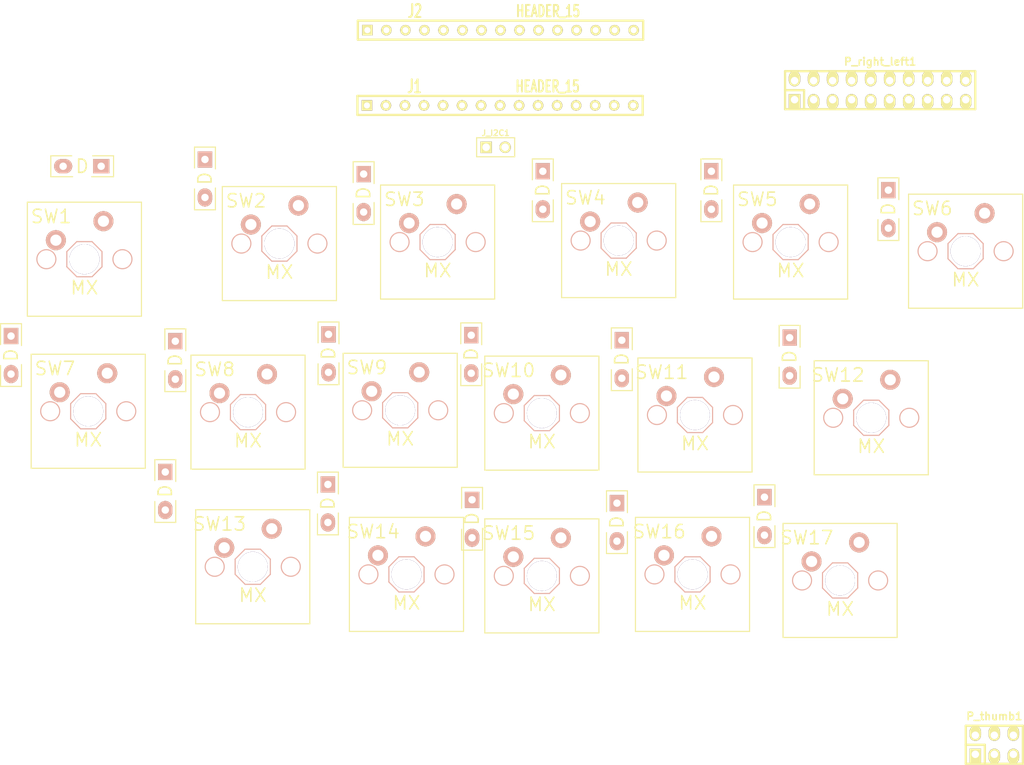
<source format=kicad_pcb>
(kicad_pcb (version 3) (host pcbnew "(2013-mar-04)-testing")

  (general
    (links 74)
    (no_connects 74)
    (area 0 0 0 0)
    (thickness 1.6)
    (drawings 0)
    (tracks 0)
    (zones 0)
    (modules 39)
    (nets 40)
  )

  (page A3)
  (layers
    (15 F.Cu signal)
    (0 B.Cu signal)
    (16 B.Adhes user)
    (17 F.Adhes user)
    (18 B.Paste user)
    (19 F.Paste user)
    (20 B.SilkS user)
    (21 F.SilkS user)
    (22 B.Mask user)
    (23 F.Mask user)
    (24 Dwgs.User user)
    (25 Cmts.User user)
    (26 Eco1.User user)
    (27 Eco2.User user)
    (28 Edge.Cuts user)
  )

  (setup
    (last_trace_width 0.254)
    (trace_clearance 0.254)
    (zone_clearance 0.508)
    (zone_45_only no)
    (trace_min 0.254)
    (segment_width 0.2)
    (edge_width 0.15)
    (via_size 0.889)
    (via_drill 0.635)
    (via_min_size 0.889)
    (via_min_drill 0.508)
    (uvia_size 0.508)
    (uvia_drill 0.127)
    (uvias_allowed no)
    (uvia_min_size 0.508)
    (uvia_min_drill 0.127)
    (pcb_text_width 0.3)
    (pcb_text_size 1 1)
    (mod_edge_width 0.15)
    (mod_text_size 1 1)
    (mod_text_width 0.15)
    (pad_size 1 1)
    (pad_drill 0.6)
    (pad_to_mask_clearance 0)
    (aux_axis_origin 0 0)
    (visible_elements FFFFFFBF)
    (pcbplotparams
      (layerselection 3178497)
      (usegerberextensions true)
      (excludeedgelayer true)
      (linewidth 152400)
      (plotframeref false)
      (viasonmask false)
      (mode 1)
      (useauxorigin false)
      (hpglpennumber 1)
      (hpglpenspeed 20)
      (hpglpendiameter 15)
      (hpglpenoverlay 2)
      (psnegative false)
      (psa4output false)
      (plotreference true)
      (plotvalue true)
      (plotothertext true)
      (plotinvisibletext false)
      (padsonsilk false)
      (subtractmaskfromsilk false)
      (outputformat 1)
      (mirror false)
      (drillshape 1)
      (scaleselection 1)
      (outputdirectory ""))
  )

  (net 0 "")
  (net 1 /B0)
  (net 2 /B1)
  (net 3 /B2)
  (net 4 /B3)
  (net 5 /B4)
  (net 6 /B5)
  (net 7 /B6)
  (net 8 /B7)
  (net 9 /D0)
  (net 10 /D1)
  (net 11 /D2)
  (net 12 /D3)
  (net 13 /D4)
  (net 14 /D5)
  (net 15 /D6)
  (net 16 /D7)
  (net 17 /F0)
  (net 18 /F1)
  (net 19 /F4)
  (net 20 /F5)
  (net 21 /F6)
  (net 22 GND)
  (net 23 N-0000037)
  (net 24 N-0000038)
  (net 25 N-0000039)
  (net 26 N-0000040)
  (net 27 N-0000041)
  (net 28 N-0000042)
  (net 29 N-0000043)
  (net 30 N-0000044)
  (net 31 N-0000045)
  (net 32 N-0000047)
  (net 33 N-0000049)
  (net 34 N-0000050)
  (net 35 N-0000051)
  (net 36 N-0000052)
  (net 37 N-000006)
  (net 38 N-000008)
  (net 39 N-000009)

  (net_class Default "This is the default net class."
    (clearance 0.254)
    (trace_width 0.254)
    (via_dia 0.889)
    (via_drill 0.635)
    (uvia_dia 0.508)
    (uvia_drill 0.127)
    (add_net "")
    (add_net /B0)
    (add_net /B1)
    (add_net /B2)
    (add_net /B3)
    (add_net /B4)
    (add_net /B5)
    (add_net /B6)
    (add_net /B7)
    (add_net /D0)
    (add_net /D1)
    (add_net /D2)
    (add_net /D3)
    (add_net /D4)
    (add_net /D5)
    (add_net /D6)
    (add_net /D7)
    (add_net /F0)
    (add_net /F1)
    (add_net /F4)
    (add_net /F5)
    (add_net /F6)
    (add_net GND)
    (add_net N-0000037)
    (add_net N-0000038)
    (add_net N-0000039)
    (add_net N-0000040)
    (add_net N-0000041)
    (add_net N-0000042)
    (add_net N-0000043)
    (add_net N-0000044)
    (add_net N-0000045)
    (add_net N-0000047)
    (add_net N-0000049)
    (add_net N-0000050)
    (add_net N-0000051)
    (add_net N-0000052)
    (add_net N-000006)
    (add_net N-000008)
    (add_net N-000009)
  )

  (module SW_PLT_2PIN (layer F.Cu) (tedit 51449619) (tstamp 5144967B)
    (at 223.01 221.19)
    (path /51438D75)
    (fp_text reference SW13 (at -4.445 -5.715) (layer F.SilkS)
      (effects (font (size 1.778 1.778) (thickness 0.2032)))
    )
    (fp_text value MX (at 0 3.81) (layer F.SilkS)
      (effects (font (size 1.778 1.778) (thickness 0.2032)))
    )
    (fp_line (start -7.62 -7.62) (end 7.62 -7.62) (layer F.SilkS) (width 0.1524))
    (fp_line (start 7.62 -7.62) (end 7.62 7.62) (layer F.SilkS) (width 0.1524))
    (fp_line (start 7.62 7.62) (end -7.62 7.62) (layer F.SilkS) (width 0.1524))
    (fp_line (start -7.62 7.62) (end -7.62 -7.62) (layer F.SilkS) (width 0.1524))
    (fp_circle (center 5.08 0) (end 6.35 0) (layer B.SilkS) (width 0.1524))
    (fp_circle (center -5.08 0) (end -3.81 0) (layer B.SilkS) (width 0.1524))
    (fp_line (start -2.3495 -1.016) (end -1.016 -2.3495) (layer B.SilkS) (width 0.1524))
    (fp_line (start -1.016 -2.3495) (end 1.016 -2.3495) (layer B.SilkS) (width 0.1524))
    (fp_line (start 1.016 -2.3495) (end 2.3495 -1.016) (layer B.SilkS) (width 0.1524))
    (fp_line (start 2.3495 -1.016) (end 2.3495 1.016) (layer B.SilkS) (width 0.1524))
    (fp_line (start 2.3495 1.016) (end 1.016 2.3495) (layer B.SilkS) (width 0.1524))
    (fp_line (start 1.016 2.3495) (end -1.016 2.3495) (layer B.SilkS) (width 0.1524))
    (fp_line (start -1.016 2.3495) (end -2.3495 1.016) (layer B.SilkS) (width 0.1524))
    (fp_line (start -2.3495 1.016) (end -2.3495 -1.016) (layer B.SilkS) (width 0.1524))
    (pad 1 thru_hole circle (at 2.54 -5.08) (size 2.667 2.667) (drill 1.4986)
      (layers *.Cu *.SilkS *.Mask)
      (net 2 /B1)
    )
    (pad 2 thru_hole circle (at -3.81 -2.54) (size 2.667 2.667) (drill 1.4986)
      (layers *.Cu *.SilkS *.Mask)
      (net 29 N-0000043)
    )
    (pad HOLE thru_hole circle (at 0 0) (size 3.9878 3.9878) (drill 3.9878)
      (layers *.Cu)
    )
  )

  (module SW_PLT_2PIN (layer F.Cu) (tedit 51449619) (tstamp 51449690)
    (at 242.7 200.28)
    (path /51438B4D)
    (fp_text reference SW9 (at -4.445 -5.715) (layer F.SilkS)
      (effects (font (size 1.778 1.778) (thickness 0.2032)))
    )
    (fp_text value MX (at 0 3.81) (layer F.SilkS)
      (effects (font (size 1.778 1.778) (thickness 0.2032)))
    )
    (fp_line (start -7.62 -7.62) (end 7.62 -7.62) (layer F.SilkS) (width 0.1524))
    (fp_line (start 7.62 -7.62) (end 7.62 7.62) (layer F.SilkS) (width 0.1524))
    (fp_line (start 7.62 7.62) (end -7.62 7.62) (layer F.SilkS) (width 0.1524))
    (fp_line (start -7.62 7.62) (end -7.62 -7.62) (layer F.SilkS) (width 0.1524))
    (fp_circle (center 5.08 0) (end 6.35 0) (layer B.SilkS) (width 0.1524))
    (fp_circle (center -5.08 0) (end -3.81 0) (layer B.SilkS) (width 0.1524))
    (fp_line (start -2.3495 -1.016) (end -1.016 -2.3495) (layer B.SilkS) (width 0.1524))
    (fp_line (start -1.016 -2.3495) (end 1.016 -2.3495) (layer B.SilkS) (width 0.1524))
    (fp_line (start 1.016 -2.3495) (end 2.3495 -1.016) (layer B.SilkS) (width 0.1524))
    (fp_line (start 2.3495 -1.016) (end 2.3495 1.016) (layer B.SilkS) (width 0.1524))
    (fp_line (start 2.3495 1.016) (end 1.016 2.3495) (layer B.SilkS) (width 0.1524))
    (fp_line (start 1.016 2.3495) (end -1.016 2.3495) (layer B.SilkS) (width 0.1524))
    (fp_line (start -1.016 2.3495) (end -2.3495 1.016) (layer B.SilkS) (width 0.1524))
    (fp_line (start -2.3495 1.016) (end -2.3495 -1.016) (layer B.SilkS) (width 0.1524))
    (pad 1 thru_hole circle (at 2.54 -5.08) (size 2.667 2.667) (drill 1.4986)
      (layers *.Cu *.SilkS *.Mask)
      (net 3 /B2)
    )
    (pad 2 thru_hole circle (at -3.81 -2.54) (size 2.667 2.667) (drill 1.4986)
      (layers *.Cu *.SilkS *.Mask)
      (net 25 N-0000039)
    )
    (pad HOLE thru_hole circle (at 0 0) (size 3.9878 3.9878) (drill 3.9878)
      (layers *.Cu)
    )
  )

  (module SW_PLT_2PIN (layer F.Cu) (tedit 51449619) (tstamp 514496A5)
    (at 222.38 200.53)
    (path /51438B3E)
    (fp_text reference SW8 (at -4.445 -5.715) (layer F.SilkS)
      (effects (font (size 1.778 1.778) (thickness 0.2032)))
    )
    (fp_text value MX (at 0 3.81) (layer F.SilkS)
      (effects (font (size 1.778 1.778) (thickness 0.2032)))
    )
    (fp_line (start -7.62 -7.62) (end 7.62 -7.62) (layer F.SilkS) (width 0.1524))
    (fp_line (start 7.62 -7.62) (end 7.62 7.62) (layer F.SilkS) (width 0.1524))
    (fp_line (start 7.62 7.62) (end -7.62 7.62) (layer F.SilkS) (width 0.1524))
    (fp_line (start -7.62 7.62) (end -7.62 -7.62) (layer F.SilkS) (width 0.1524))
    (fp_circle (center 5.08 0) (end 6.35 0) (layer B.SilkS) (width 0.1524))
    (fp_circle (center -5.08 0) (end -3.81 0) (layer B.SilkS) (width 0.1524))
    (fp_line (start -2.3495 -1.016) (end -1.016 -2.3495) (layer B.SilkS) (width 0.1524))
    (fp_line (start -1.016 -2.3495) (end 1.016 -2.3495) (layer B.SilkS) (width 0.1524))
    (fp_line (start 1.016 -2.3495) (end 2.3495 -1.016) (layer B.SilkS) (width 0.1524))
    (fp_line (start 2.3495 -1.016) (end 2.3495 1.016) (layer B.SilkS) (width 0.1524))
    (fp_line (start 2.3495 1.016) (end 1.016 2.3495) (layer B.SilkS) (width 0.1524))
    (fp_line (start 1.016 2.3495) (end -1.016 2.3495) (layer B.SilkS) (width 0.1524))
    (fp_line (start -1.016 2.3495) (end -2.3495 1.016) (layer B.SilkS) (width 0.1524))
    (fp_line (start -2.3495 1.016) (end -2.3495 -1.016) (layer B.SilkS) (width 0.1524))
    (pad 1 thru_hole circle (at 2.54 -5.08) (size 2.667 2.667) (drill 1.4986)
      (layers *.Cu *.SilkS *.Mask)
      (net 2 /B1)
    )
    (pad 2 thru_hole circle (at -3.81 -2.54) (size 2.667 2.667) (drill 1.4986)
      (layers *.Cu *.SilkS *.Mask)
      (net 23 N-0000037)
    )
    (pad HOLE thru_hole circle (at 0 0) (size 3.9878 3.9878) (drill 3.9878)
      (layers *.Cu)
    )
  )

  (module SW_PLT_2PIN (layer F.Cu) (tedit 51449619) (tstamp 514496BA)
    (at 261.62 200.66)
    (path /51438B5C)
    (fp_text reference SW10 (at -4.445 -5.715) (layer F.SilkS)
      (effects (font (size 1.778 1.778) (thickness 0.2032)))
    )
    (fp_text value MX (at 0 3.81) (layer F.SilkS)
      (effects (font (size 1.778 1.778) (thickness 0.2032)))
    )
    (fp_line (start -7.62 -7.62) (end 7.62 -7.62) (layer F.SilkS) (width 0.1524))
    (fp_line (start 7.62 -7.62) (end 7.62 7.62) (layer F.SilkS) (width 0.1524))
    (fp_line (start 7.62 7.62) (end -7.62 7.62) (layer F.SilkS) (width 0.1524))
    (fp_line (start -7.62 7.62) (end -7.62 -7.62) (layer F.SilkS) (width 0.1524))
    (fp_circle (center 5.08 0) (end 6.35 0) (layer B.SilkS) (width 0.1524))
    (fp_circle (center -5.08 0) (end -3.81 0) (layer B.SilkS) (width 0.1524))
    (fp_line (start -2.3495 -1.016) (end -1.016 -2.3495) (layer B.SilkS) (width 0.1524))
    (fp_line (start -1.016 -2.3495) (end 1.016 -2.3495) (layer B.SilkS) (width 0.1524))
    (fp_line (start 1.016 -2.3495) (end 2.3495 -1.016) (layer B.SilkS) (width 0.1524))
    (fp_line (start 2.3495 -1.016) (end 2.3495 1.016) (layer B.SilkS) (width 0.1524))
    (fp_line (start 2.3495 1.016) (end 1.016 2.3495) (layer B.SilkS) (width 0.1524))
    (fp_line (start 1.016 2.3495) (end -1.016 2.3495) (layer B.SilkS) (width 0.1524))
    (fp_line (start -1.016 2.3495) (end -2.3495 1.016) (layer B.SilkS) (width 0.1524))
    (fp_line (start -2.3495 1.016) (end -2.3495 -1.016) (layer B.SilkS) (width 0.1524))
    (pad 1 thru_hole circle (at 2.54 -5.08) (size 2.667 2.667) (drill 1.4986)
      (layers *.Cu *.SilkS *.Mask)
      (net 4 /B3)
    )
    (pad 2 thru_hole circle (at -3.81 -2.54) (size 2.667 2.667) (drill 1.4986)
      (layers *.Cu *.SilkS *.Mask)
      (net 24 N-0000038)
    )
    (pad HOLE thru_hole circle (at 0 0) (size 3.9878 3.9878) (drill 3.9878)
      (layers *.Cu)
    )
  )

  (module SW_PLT_2PIN (layer F.Cu) (tedit 51449619) (tstamp 514496CF)
    (at 201.04 200.41)
    (path /51438B2C)
    (fp_text reference SW7 (at -4.445 -5.715) (layer F.SilkS)
      (effects (font (size 1.778 1.778) (thickness 0.2032)))
    )
    (fp_text value MX (at 0 3.81) (layer F.SilkS)
      (effects (font (size 1.778 1.778) (thickness 0.2032)))
    )
    (fp_line (start -7.62 -7.62) (end 7.62 -7.62) (layer F.SilkS) (width 0.1524))
    (fp_line (start 7.62 -7.62) (end 7.62 7.62) (layer F.SilkS) (width 0.1524))
    (fp_line (start 7.62 7.62) (end -7.62 7.62) (layer F.SilkS) (width 0.1524))
    (fp_line (start -7.62 7.62) (end -7.62 -7.62) (layer F.SilkS) (width 0.1524))
    (fp_circle (center 5.08 0) (end 6.35 0) (layer B.SilkS) (width 0.1524))
    (fp_circle (center -5.08 0) (end -3.81 0) (layer B.SilkS) (width 0.1524))
    (fp_line (start -2.3495 -1.016) (end -1.016 -2.3495) (layer B.SilkS) (width 0.1524))
    (fp_line (start -1.016 -2.3495) (end 1.016 -2.3495) (layer B.SilkS) (width 0.1524))
    (fp_line (start 1.016 -2.3495) (end 2.3495 -1.016) (layer B.SilkS) (width 0.1524))
    (fp_line (start 2.3495 -1.016) (end 2.3495 1.016) (layer B.SilkS) (width 0.1524))
    (fp_line (start 2.3495 1.016) (end 1.016 2.3495) (layer B.SilkS) (width 0.1524))
    (fp_line (start 1.016 2.3495) (end -1.016 2.3495) (layer B.SilkS) (width 0.1524))
    (fp_line (start -1.016 2.3495) (end -2.3495 1.016) (layer B.SilkS) (width 0.1524))
    (fp_line (start -2.3495 1.016) (end -2.3495 -1.016) (layer B.SilkS) (width 0.1524))
    (pad 1 thru_hole circle (at 2.54 -5.08) (size 2.667 2.667) (drill 1.4986)
      (layers *.Cu *.SilkS *.Mask)
      (net 1 /B0)
    )
    (pad 2 thru_hole circle (at -3.81 -2.54) (size 2.667 2.667) (drill 1.4986)
      (layers *.Cu *.SilkS *.Mask)
      (net 26 N-0000040)
    )
    (pad HOLE thru_hole circle (at 0 0) (size 3.9878 3.9878) (drill 3.9878)
      (layers *.Cu)
    )
  )

  (module SW_PLT_2PIN (layer F.Cu) (tedit 51449619) (tstamp 514496E4)
    (at 282.07 200.91)
    (path /51438B6B)
    (fp_text reference SW11 (at -4.445 -5.715) (layer F.SilkS)
      (effects (font (size 1.778 1.778) (thickness 0.2032)))
    )
    (fp_text value MX (at 0 3.81) (layer F.SilkS)
      (effects (font (size 1.778 1.778) (thickness 0.2032)))
    )
    (fp_line (start -7.62 -7.62) (end 7.62 -7.62) (layer F.SilkS) (width 0.1524))
    (fp_line (start 7.62 -7.62) (end 7.62 7.62) (layer F.SilkS) (width 0.1524))
    (fp_line (start 7.62 7.62) (end -7.62 7.62) (layer F.SilkS) (width 0.1524))
    (fp_line (start -7.62 7.62) (end -7.62 -7.62) (layer F.SilkS) (width 0.1524))
    (fp_circle (center 5.08 0) (end 6.35 0) (layer B.SilkS) (width 0.1524))
    (fp_circle (center -5.08 0) (end -3.81 0) (layer B.SilkS) (width 0.1524))
    (fp_line (start -2.3495 -1.016) (end -1.016 -2.3495) (layer B.SilkS) (width 0.1524))
    (fp_line (start -1.016 -2.3495) (end 1.016 -2.3495) (layer B.SilkS) (width 0.1524))
    (fp_line (start 1.016 -2.3495) (end 2.3495 -1.016) (layer B.SilkS) (width 0.1524))
    (fp_line (start 2.3495 -1.016) (end 2.3495 1.016) (layer B.SilkS) (width 0.1524))
    (fp_line (start 2.3495 1.016) (end 1.016 2.3495) (layer B.SilkS) (width 0.1524))
    (fp_line (start 1.016 2.3495) (end -1.016 2.3495) (layer B.SilkS) (width 0.1524))
    (fp_line (start -1.016 2.3495) (end -2.3495 1.016) (layer B.SilkS) (width 0.1524))
    (fp_line (start -2.3495 1.016) (end -2.3495 -1.016) (layer B.SilkS) (width 0.1524))
    (pad 1 thru_hole circle (at 2.54 -5.08) (size 2.667 2.667) (drill 1.4986)
      (layers *.Cu *.SilkS *.Mask)
      (net 5 /B4)
    )
    (pad 2 thru_hole circle (at -3.81 -2.54) (size 2.667 2.667) (drill 1.4986)
      (layers *.Cu *.SilkS *.Mask)
      (net 31 N-0000045)
    )
    (pad HOLE thru_hole circle (at 0 0) (size 3.9878 3.9878) (drill 3.9878)
      (layers *.Cu)
    )
  )

  (module SW_PLT_2PIN (layer F.Cu) (tedit 51449619) (tstamp 514496F9)
    (at 318.21 179.02)
    (path /51438B1D)
    (fp_text reference SW6 (at -4.445 -5.715) (layer F.SilkS)
      (effects (font (size 1.778 1.778) (thickness 0.2032)))
    )
    (fp_text value MX (at 0 3.81) (layer F.SilkS)
      (effects (font (size 1.778 1.778) (thickness 0.2032)))
    )
    (fp_line (start -7.62 -7.62) (end 7.62 -7.62) (layer F.SilkS) (width 0.1524))
    (fp_line (start 7.62 -7.62) (end 7.62 7.62) (layer F.SilkS) (width 0.1524))
    (fp_line (start 7.62 7.62) (end -7.62 7.62) (layer F.SilkS) (width 0.1524))
    (fp_line (start -7.62 7.62) (end -7.62 -7.62) (layer F.SilkS) (width 0.1524))
    (fp_circle (center 5.08 0) (end 6.35 0) (layer B.SilkS) (width 0.1524))
    (fp_circle (center -5.08 0) (end -3.81 0) (layer B.SilkS) (width 0.1524))
    (fp_line (start -2.3495 -1.016) (end -1.016 -2.3495) (layer B.SilkS) (width 0.1524))
    (fp_line (start -1.016 -2.3495) (end 1.016 -2.3495) (layer B.SilkS) (width 0.1524))
    (fp_line (start 1.016 -2.3495) (end 2.3495 -1.016) (layer B.SilkS) (width 0.1524))
    (fp_line (start 2.3495 -1.016) (end 2.3495 1.016) (layer B.SilkS) (width 0.1524))
    (fp_line (start 2.3495 1.016) (end 1.016 2.3495) (layer B.SilkS) (width 0.1524))
    (fp_line (start 1.016 2.3495) (end -1.016 2.3495) (layer B.SilkS) (width 0.1524))
    (fp_line (start -1.016 2.3495) (end -2.3495 1.016) (layer B.SilkS) (width 0.1524))
    (fp_line (start -2.3495 1.016) (end -2.3495 -1.016) (layer B.SilkS) (width 0.1524))
    (pad 1 thru_hole circle (at 2.54 -5.08) (size 2.667 2.667) (drill 1.4986)
      (layers *.Cu *.SilkS *.Mask)
      (net 6 /B5)
    )
    (pad 2 thru_hole circle (at -3.81 -2.54) (size 2.667 2.667) (drill 1.4986)
      (layers *.Cu *.SilkS *.Mask)
      (net 27 N-0000041)
    )
    (pad HOLE thru_hole circle (at 0 0) (size 3.9878 3.9878) (drill 3.9878)
      (layers *.Cu)
    )
  )

  (module SW_PLT_2PIN (layer F.Cu) (tedit 51449619) (tstamp 5144970E)
    (at 305.61 201.28)
    (path /51438B7A)
    (fp_text reference SW12 (at -4.445 -5.715) (layer F.SilkS)
      (effects (font (size 1.778 1.778) (thickness 0.2032)))
    )
    (fp_text value MX (at 0 3.81) (layer F.SilkS)
      (effects (font (size 1.778 1.778) (thickness 0.2032)))
    )
    (fp_line (start -7.62 -7.62) (end 7.62 -7.62) (layer F.SilkS) (width 0.1524))
    (fp_line (start 7.62 -7.62) (end 7.62 7.62) (layer F.SilkS) (width 0.1524))
    (fp_line (start 7.62 7.62) (end -7.62 7.62) (layer F.SilkS) (width 0.1524))
    (fp_line (start -7.62 7.62) (end -7.62 -7.62) (layer F.SilkS) (width 0.1524))
    (fp_circle (center 5.08 0) (end 6.35 0) (layer B.SilkS) (width 0.1524))
    (fp_circle (center -5.08 0) (end -3.81 0) (layer B.SilkS) (width 0.1524))
    (fp_line (start -2.3495 -1.016) (end -1.016 -2.3495) (layer B.SilkS) (width 0.1524))
    (fp_line (start -1.016 -2.3495) (end 1.016 -2.3495) (layer B.SilkS) (width 0.1524))
    (fp_line (start 1.016 -2.3495) (end 2.3495 -1.016) (layer B.SilkS) (width 0.1524))
    (fp_line (start 2.3495 -1.016) (end 2.3495 1.016) (layer B.SilkS) (width 0.1524))
    (fp_line (start 2.3495 1.016) (end 1.016 2.3495) (layer B.SilkS) (width 0.1524))
    (fp_line (start 1.016 2.3495) (end -1.016 2.3495) (layer B.SilkS) (width 0.1524))
    (fp_line (start -1.016 2.3495) (end -2.3495 1.016) (layer B.SilkS) (width 0.1524))
    (fp_line (start -2.3495 1.016) (end -2.3495 -1.016) (layer B.SilkS) (width 0.1524))
    (pad 1 thru_hole circle (at 2.54 -5.08) (size 2.667 2.667) (drill 1.4986)
      (layers *.Cu *.SilkS *.Mask)
      (net 6 /B5)
    )
    (pad 2 thru_hole circle (at -3.81 -2.54) (size 2.667 2.667) (drill 1.4986)
      (layers *.Cu *.SilkS *.Mask)
      (net 30 N-0000044)
    )
    (pad HOLE thru_hole circle (at 0 0) (size 3.9878 3.9878) (drill 3.9878)
      (layers *.Cu)
    )
  )

  (module SW_PLT_2PIN (layer F.Cu) (tedit 51449619) (tstamp 51449723)
    (at 294.84 177.8)
    (path /51438B0E)
    (fp_text reference SW5 (at -4.445 -5.715) (layer F.SilkS)
      (effects (font (size 1.778 1.778) (thickness 0.2032)))
    )
    (fp_text value MX (at 0 3.81) (layer F.SilkS)
      (effects (font (size 1.778 1.778) (thickness 0.2032)))
    )
    (fp_line (start -7.62 -7.62) (end 7.62 -7.62) (layer F.SilkS) (width 0.1524))
    (fp_line (start 7.62 -7.62) (end 7.62 7.62) (layer F.SilkS) (width 0.1524))
    (fp_line (start 7.62 7.62) (end -7.62 7.62) (layer F.SilkS) (width 0.1524))
    (fp_line (start -7.62 7.62) (end -7.62 -7.62) (layer F.SilkS) (width 0.1524))
    (fp_circle (center 5.08 0) (end 6.35 0) (layer B.SilkS) (width 0.1524))
    (fp_circle (center -5.08 0) (end -3.81 0) (layer B.SilkS) (width 0.1524))
    (fp_line (start -2.3495 -1.016) (end -1.016 -2.3495) (layer B.SilkS) (width 0.1524))
    (fp_line (start -1.016 -2.3495) (end 1.016 -2.3495) (layer B.SilkS) (width 0.1524))
    (fp_line (start 1.016 -2.3495) (end 2.3495 -1.016) (layer B.SilkS) (width 0.1524))
    (fp_line (start 2.3495 -1.016) (end 2.3495 1.016) (layer B.SilkS) (width 0.1524))
    (fp_line (start 2.3495 1.016) (end 1.016 2.3495) (layer B.SilkS) (width 0.1524))
    (fp_line (start 1.016 2.3495) (end -1.016 2.3495) (layer B.SilkS) (width 0.1524))
    (fp_line (start -1.016 2.3495) (end -2.3495 1.016) (layer B.SilkS) (width 0.1524))
    (fp_line (start -2.3495 1.016) (end -2.3495 -1.016) (layer B.SilkS) (width 0.1524))
    (pad 1 thru_hole circle (at 2.54 -5.08) (size 2.667 2.667) (drill 1.4986)
      (layers *.Cu *.SilkS *.Mask)
      (net 5 /B4)
    )
    (pad 2 thru_hole circle (at -3.81 -2.54) (size 2.667 2.667) (drill 1.4986)
      (layers *.Cu *.SilkS *.Mask)
      (net 33 N-0000049)
    )
    (pad HOLE thru_hole circle (at 0 0) (size 3.9878 3.9878) (drill 3.9878)
      (layers *.Cu)
    )
  )

  (module SW_PLT_2PIN (layer F.Cu) (tedit 51449619) (tstamp 51449738)
    (at 271.88 177.6)
    (path /51438AFF)
    (fp_text reference SW4 (at -4.445 -5.715) (layer F.SilkS)
      (effects (font (size 1.778 1.778) (thickness 0.2032)))
    )
    (fp_text value MX (at 0 3.81) (layer F.SilkS)
      (effects (font (size 1.778 1.778) (thickness 0.2032)))
    )
    (fp_line (start -7.62 -7.62) (end 7.62 -7.62) (layer F.SilkS) (width 0.1524))
    (fp_line (start 7.62 -7.62) (end 7.62 7.62) (layer F.SilkS) (width 0.1524))
    (fp_line (start 7.62 7.62) (end -7.62 7.62) (layer F.SilkS) (width 0.1524))
    (fp_line (start -7.62 7.62) (end -7.62 -7.62) (layer F.SilkS) (width 0.1524))
    (fp_circle (center 5.08 0) (end 6.35 0) (layer B.SilkS) (width 0.1524))
    (fp_circle (center -5.08 0) (end -3.81 0) (layer B.SilkS) (width 0.1524))
    (fp_line (start -2.3495 -1.016) (end -1.016 -2.3495) (layer B.SilkS) (width 0.1524))
    (fp_line (start -1.016 -2.3495) (end 1.016 -2.3495) (layer B.SilkS) (width 0.1524))
    (fp_line (start 1.016 -2.3495) (end 2.3495 -1.016) (layer B.SilkS) (width 0.1524))
    (fp_line (start 2.3495 -1.016) (end 2.3495 1.016) (layer B.SilkS) (width 0.1524))
    (fp_line (start 2.3495 1.016) (end 1.016 2.3495) (layer B.SilkS) (width 0.1524))
    (fp_line (start 1.016 2.3495) (end -1.016 2.3495) (layer B.SilkS) (width 0.1524))
    (fp_line (start -1.016 2.3495) (end -2.3495 1.016) (layer B.SilkS) (width 0.1524))
    (fp_line (start -2.3495 1.016) (end -2.3495 -1.016) (layer B.SilkS) (width 0.1524))
    (pad 1 thru_hole circle (at 2.54 -5.08) (size 2.667 2.667) (drill 1.4986)
      (layers *.Cu *.SilkS *.Mask)
      (net 4 /B3)
    )
    (pad 2 thru_hole circle (at -3.81 -2.54) (size 2.667 2.667) (drill 1.4986)
      (layers *.Cu *.SilkS *.Mask)
      (net 34 N-0000050)
    )
    (pad HOLE thru_hole circle (at 0 0) (size 3.9878 3.9878) (drill 3.9878)
      (layers *.Cu)
    )
  )

  (module SW_PLT_2PIN (layer F.Cu) (tedit 51449619) (tstamp 5144974D)
    (at 243.54 222.21)
    (path /51438D83)
    (fp_text reference SW14 (at -4.445 -5.715) (layer F.SilkS)
      (effects (font (size 1.778 1.778) (thickness 0.2032)))
    )
    (fp_text value MX (at 0 3.81) (layer F.SilkS)
      (effects (font (size 1.778 1.778) (thickness 0.2032)))
    )
    (fp_line (start -7.62 -7.62) (end 7.62 -7.62) (layer F.SilkS) (width 0.1524))
    (fp_line (start 7.62 -7.62) (end 7.62 7.62) (layer F.SilkS) (width 0.1524))
    (fp_line (start 7.62 7.62) (end -7.62 7.62) (layer F.SilkS) (width 0.1524))
    (fp_line (start -7.62 7.62) (end -7.62 -7.62) (layer F.SilkS) (width 0.1524))
    (fp_circle (center 5.08 0) (end 6.35 0) (layer B.SilkS) (width 0.1524))
    (fp_circle (center -5.08 0) (end -3.81 0) (layer B.SilkS) (width 0.1524))
    (fp_line (start -2.3495 -1.016) (end -1.016 -2.3495) (layer B.SilkS) (width 0.1524))
    (fp_line (start -1.016 -2.3495) (end 1.016 -2.3495) (layer B.SilkS) (width 0.1524))
    (fp_line (start 1.016 -2.3495) (end 2.3495 -1.016) (layer B.SilkS) (width 0.1524))
    (fp_line (start 2.3495 -1.016) (end 2.3495 1.016) (layer B.SilkS) (width 0.1524))
    (fp_line (start 2.3495 1.016) (end 1.016 2.3495) (layer B.SilkS) (width 0.1524))
    (fp_line (start 1.016 2.3495) (end -1.016 2.3495) (layer B.SilkS) (width 0.1524))
    (fp_line (start -1.016 2.3495) (end -2.3495 1.016) (layer B.SilkS) (width 0.1524))
    (fp_line (start -2.3495 1.016) (end -2.3495 -1.016) (layer B.SilkS) (width 0.1524))
    (pad 1 thru_hole circle (at 2.54 -5.08) (size 2.667 2.667) (drill 1.4986)
      (layers *.Cu *.SilkS *.Mask)
      (net 3 /B2)
    )
    (pad 2 thru_hole circle (at -3.81 -2.54) (size 2.667 2.667) (drill 1.4986)
      (layers *.Cu *.SilkS *.Mask)
      (net 28 N-0000042)
    )
    (pad HOLE thru_hole circle (at 0 0) (size 3.9878 3.9878) (drill 3.9878)
      (layers *.Cu)
    )
  )

  (module SW_PLT_2PIN (layer F.Cu) (tedit 51449619) (tstamp 51449762)
    (at 247.7 177.8)
    (path /51438AF0)
    (fp_text reference SW3 (at -4.445 -5.715) (layer F.SilkS)
      (effects (font (size 1.778 1.778) (thickness 0.2032)))
    )
    (fp_text value MX (at 0 3.81) (layer F.SilkS)
      (effects (font (size 1.778 1.778) (thickness 0.2032)))
    )
    (fp_line (start -7.62 -7.62) (end 7.62 -7.62) (layer F.SilkS) (width 0.1524))
    (fp_line (start 7.62 -7.62) (end 7.62 7.62) (layer F.SilkS) (width 0.1524))
    (fp_line (start 7.62 7.62) (end -7.62 7.62) (layer F.SilkS) (width 0.1524))
    (fp_line (start -7.62 7.62) (end -7.62 -7.62) (layer F.SilkS) (width 0.1524))
    (fp_circle (center 5.08 0) (end 6.35 0) (layer B.SilkS) (width 0.1524))
    (fp_circle (center -5.08 0) (end -3.81 0) (layer B.SilkS) (width 0.1524))
    (fp_line (start -2.3495 -1.016) (end -1.016 -2.3495) (layer B.SilkS) (width 0.1524))
    (fp_line (start -1.016 -2.3495) (end 1.016 -2.3495) (layer B.SilkS) (width 0.1524))
    (fp_line (start 1.016 -2.3495) (end 2.3495 -1.016) (layer B.SilkS) (width 0.1524))
    (fp_line (start 2.3495 -1.016) (end 2.3495 1.016) (layer B.SilkS) (width 0.1524))
    (fp_line (start 2.3495 1.016) (end 1.016 2.3495) (layer B.SilkS) (width 0.1524))
    (fp_line (start 1.016 2.3495) (end -1.016 2.3495) (layer B.SilkS) (width 0.1524))
    (fp_line (start -1.016 2.3495) (end -2.3495 1.016) (layer B.SilkS) (width 0.1524))
    (fp_line (start -2.3495 1.016) (end -2.3495 -1.016) (layer B.SilkS) (width 0.1524))
    (pad 1 thru_hole circle (at 2.54 -5.08) (size 2.667 2.667) (drill 1.4986)
      (layers *.Cu *.SilkS *.Mask)
      (net 3 /B2)
    )
    (pad 2 thru_hole circle (at -3.81 -2.54) (size 2.667 2.667) (drill 1.4986)
      (layers *.Cu *.SilkS *.Mask)
      (net 35 N-0000051)
    )
    (pad HOLE thru_hole circle (at 0 0) (size 3.9878 3.9878) (drill 3.9878)
      (layers *.Cu)
    )
  )

  (module SW_PLT_2PIN (layer F.Cu) (tedit 51449619) (tstamp 51449777)
    (at 261.62 222.41)
    (path /51438D91)
    (fp_text reference SW15 (at -4.445 -5.715) (layer F.SilkS)
      (effects (font (size 1.778 1.778) (thickness 0.2032)))
    )
    (fp_text value MX (at 0 3.81) (layer F.SilkS)
      (effects (font (size 1.778 1.778) (thickness 0.2032)))
    )
    (fp_line (start -7.62 -7.62) (end 7.62 -7.62) (layer F.SilkS) (width 0.1524))
    (fp_line (start 7.62 -7.62) (end 7.62 7.62) (layer F.SilkS) (width 0.1524))
    (fp_line (start 7.62 7.62) (end -7.62 7.62) (layer F.SilkS) (width 0.1524))
    (fp_line (start -7.62 7.62) (end -7.62 -7.62) (layer F.SilkS) (width 0.1524))
    (fp_circle (center 5.08 0) (end 6.35 0) (layer B.SilkS) (width 0.1524))
    (fp_circle (center -5.08 0) (end -3.81 0) (layer B.SilkS) (width 0.1524))
    (fp_line (start -2.3495 -1.016) (end -1.016 -2.3495) (layer B.SilkS) (width 0.1524))
    (fp_line (start -1.016 -2.3495) (end 1.016 -2.3495) (layer B.SilkS) (width 0.1524))
    (fp_line (start 1.016 -2.3495) (end 2.3495 -1.016) (layer B.SilkS) (width 0.1524))
    (fp_line (start 2.3495 -1.016) (end 2.3495 1.016) (layer B.SilkS) (width 0.1524))
    (fp_line (start 2.3495 1.016) (end 1.016 2.3495) (layer B.SilkS) (width 0.1524))
    (fp_line (start 1.016 2.3495) (end -1.016 2.3495) (layer B.SilkS) (width 0.1524))
    (fp_line (start -1.016 2.3495) (end -2.3495 1.016) (layer B.SilkS) (width 0.1524))
    (fp_line (start -2.3495 1.016) (end -2.3495 -1.016) (layer B.SilkS) (width 0.1524))
    (pad 1 thru_hole circle (at 2.54 -5.08) (size 2.667 2.667) (drill 1.4986)
      (layers *.Cu *.SilkS *.Mask)
      (net 4 /B3)
    )
    (pad 2 thru_hole circle (at -3.81 -2.54) (size 2.667 2.667) (drill 1.4986)
      (layers *.Cu *.SilkS *.Mask)
      (net 39 N-000009)
    )
    (pad HOLE thru_hole circle (at 0 0) (size 3.9878 3.9878) (drill 3.9878)
      (layers *.Cu)
    )
  )

  (module SW_PLT_2PIN (layer F.Cu) (tedit 51449619) (tstamp 5144978C)
    (at 226.57 178)
    (path /51438AE1)
    (fp_text reference SW2 (at -4.445 -5.715) (layer F.SilkS)
      (effects (font (size 1.778 1.778) (thickness 0.2032)))
    )
    (fp_text value MX (at 0 3.81) (layer F.SilkS)
      (effects (font (size 1.778 1.778) (thickness 0.2032)))
    )
    (fp_line (start -7.62 -7.62) (end 7.62 -7.62) (layer F.SilkS) (width 0.1524))
    (fp_line (start 7.62 -7.62) (end 7.62 7.62) (layer F.SilkS) (width 0.1524))
    (fp_line (start 7.62 7.62) (end -7.62 7.62) (layer F.SilkS) (width 0.1524))
    (fp_line (start -7.62 7.62) (end -7.62 -7.62) (layer F.SilkS) (width 0.1524))
    (fp_circle (center 5.08 0) (end 6.35 0) (layer B.SilkS) (width 0.1524))
    (fp_circle (center -5.08 0) (end -3.81 0) (layer B.SilkS) (width 0.1524))
    (fp_line (start -2.3495 -1.016) (end -1.016 -2.3495) (layer B.SilkS) (width 0.1524))
    (fp_line (start -1.016 -2.3495) (end 1.016 -2.3495) (layer B.SilkS) (width 0.1524))
    (fp_line (start 1.016 -2.3495) (end 2.3495 -1.016) (layer B.SilkS) (width 0.1524))
    (fp_line (start 2.3495 -1.016) (end 2.3495 1.016) (layer B.SilkS) (width 0.1524))
    (fp_line (start 2.3495 1.016) (end 1.016 2.3495) (layer B.SilkS) (width 0.1524))
    (fp_line (start 1.016 2.3495) (end -1.016 2.3495) (layer B.SilkS) (width 0.1524))
    (fp_line (start -1.016 2.3495) (end -2.3495 1.016) (layer B.SilkS) (width 0.1524))
    (fp_line (start -2.3495 1.016) (end -2.3495 -1.016) (layer B.SilkS) (width 0.1524))
    (pad 1 thru_hole circle (at 2.54 -5.08) (size 2.667 2.667) (drill 1.4986)
      (layers *.Cu *.SilkS *.Mask)
      (net 2 /B1)
    )
    (pad 2 thru_hole circle (at -3.81 -2.54) (size 2.667 2.667) (drill 1.4986)
      (layers *.Cu *.SilkS *.Mask)
      (net 36 N-0000052)
    )
    (pad HOLE thru_hole circle (at 0 0) (size 3.9878 3.9878) (drill 3.9878)
      (layers *.Cu)
    )
  )

  (module SW_PLT_2PIN (layer F.Cu) (tedit 51449619) (tstamp 514497A1)
    (at 281.74 222.21)
    (path /51438D9F)
    (fp_text reference SW16 (at -4.445 -5.715) (layer F.SilkS)
      (effects (font (size 1.778 1.778) (thickness 0.2032)))
    )
    (fp_text value MX (at 0 3.81) (layer F.SilkS)
      (effects (font (size 1.778 1.778) (thickness 0.2032)))
    )
    (fp_line (start -7.62 -7.62) (end 7.62 -7.62) (layer F.SilkS) (width 0.1524))
    (fp_line (start 7.62 -7.62) (end 7.62 7.62) (layer F.SilkS) (width 0.1524))
    (fp_line (start 7.62 7.62) (end -7.62 7.62) (layer F.SilkS) (width 0.1524))
    (fp_line (start -7.62 7.62) (end -7.62 -7.62) (layer F.SilkS) (width 0.1524))
    (fp_circle (center 5.08 0) (end 6.35 0) (layer B.SilkS) (width 0.1524))
    (fp_circle (center -5.08 0) (end -3.81 0) (layer B.SilkS) (width 0.1524))
    (fp_line (start -2.3495 -1.016) (end -1.016 -2.3495) (layer B.SilkS) (width 0.1524))
    (fp_line (start -1.016 -2.3495) (end 1.016 -2.3495) (layer B.SilkS) (width 0.1524))
    (fp_line (start 1.016 -2.3495) (end 2.3495 -1.016) (layer B.SilkS) (width 0.1524))
    (fp_line (start 2.3495 -1.016) (end 2.3495 1.016) (layer B.SilkS) (width 0.1524))
    (fp_line (start 2.3495 1.016) (end 1.016 2.3495) (layer B.SilkS) (width 0.1524))
    (fp_line (start 1.016 2.3495) (end -1.016 2.3495) (layer B.SilkS) (width 0.1524))
    (fp_line (start -1.016 2.3495) (end -2.3495 1.016) (layer B.SilkS) (width 0.1524))
    (fp_line (start -2.3495 1.016) (end -2.3495 -1.016) (layer B.SilkS) (width 0.1524))
    (pad 1 thru_hole circle (at 2.54 -5.08) (size 2.667 2.667) (drill 1.4986)
      (layers *.Cu *.SilkS *.Mask)
      (net 5 /B4)
    )
    (pad 2 thru_hole circle (at -3.81 -2.54) (size 2.667 2.667) (drill 1.4986)
      (layers *.Cu *.SilkS *.Mask)
      (net 38 N-000008)
    )
    (pad HOLE thru_hole circle (at 0 0) (size 3.9878 3.9878) (drill 3.9878)
      (layers *.Cu)
    )
  )

  (module SW_PLT_2PIN (layer F.Cu) (tedit 51449619) (tstamp 514497B6)
    (at 200.53 180.09)
    (path /51438940)
    (fp_text reference SW1 (at -4.445 -5.715) (layer F.SilkS)
      (effects (font (size 1.778 1.778) (thickness 0.2032)))
    )
    (fp_text value MX (at 0 3.81) (layer F.SilkS)
      (effects (font (size 1.778 1.778) (thickness 0.2032)))
    )
    (fp_line (start -7.62 -7.62) (end 7.62 -7.62) (layer F.SilkS) (width 0.1524))
    (fp_line (start 7.62 -7.62) (end 7.62 7.62) (layer F.SilkS) (width 0.1524))
    (fp_line (start 7.62 7.62) (end -7.62 7.62) (layer F.SilkS) (width 0.1524))
    (fp_line (start -7.62 7.62) (end -7.62 -7.62) (layer F.SilkS) (width 0.1524))
    (fp_circle (center 5.08 0) (end 6.35 0) (layer B.SilkS) (width 0.1524))
    (fp_circle (center -5.08 0) (end -3.81 0) (layer B.SilkS) (width 0.1524))
    (fp_line (start -2.3495 -1.016) (end -1.016 -2.3495) (layer B.SilkS) (width 0.1524))
    (fp_line (start -1.016 -2.3495) (end 1.016 -2.3495) (layer B.SilkS) (width 0.1524))
    (fp_line (start 1.016 -2.3495) (end 2.3495 -1.016) (layer B.SilkS) (width 0.1524))
    (fp_line (start 2.3495 -1.016) (end 2.3495 1.016) (layer B.SilkS) (width 0.1524))
    (fp_line (start 2.3495 1.016) (end 1.016 2.3495) (layer B.SilkS) (width 0.1524))
    (fp_line (start 1.016 2.3495) (end -1.016 2.3495) (layer B.SilkS) (width 0.1524))
    (fp_line (start -1.016 2.3495) (end -2.3495 1.016) (layer B.SilkS) (width 0.1524))
    (fp_line (start -2.3495 1.016) (end -2.3495 -1.016) (layer B.SilkS) (width 0.1524))
    (pad 1 thru_hole circle (at 2.54 -5.08) (size 2.667 2.667) (drill 1.4986)
      (layers *.Cu *.SilkS *.Mask)
      (net 1 /B0)
    )
    (pad 2 thru_hole circle (at -3.81 -2.54) (size 2.667 2.667) (drill 1.4986)
      (layers *.Cu *.SilkS *.Mask)
      (net 32 N-0000047)
    )
    (pad HOLE thru_hole circle (at 0 0) (size 3.9878 3.9878) (drill 3.9878)
      (layers *.Cu)
    )
  )

  (module SW_PLT_2PIN (layer F.Cu) (tedit 51449619) (tstamp 514497CB)
    (at 301.45 223.02)
    (path /51438DAD)
    (fp_text reference SW17 (at -4.445 -5.715) (layer F.SilkS)
      (effects (font (size 1.778 1.778) (thickness 0.2032)))
    )
    (fp_text value MX (at 0 3.81) (layer F.SilkS)
      (effects (font (size 1.778 1.778) (thickness 0.2032)))
    )
    (fp_line (start -7.62 -7.62) (end 7.62 -7.62) (layer F.SilkS) (width 0.1524))
    (fp_line (start 7.62 -7.62) (end 7.62 7.62) (layer F.SilkS) (width 0.1524))
    (fp_line (start 7.62 7.62) (end -7.62 7.62) (layer F.SilkS) (width 0.1524))
    (fp_line (start -7.62 7.62) (end -7.62 -7.62) (layer F.SilkS) (width 0.1524))
    (fp_circle (center 5.08 0) (end 6.35 0) (layer B.SilkS) (width 0.1524))
    (fp_circle (center -5.08 0) (end -3.81 0) (layer B.SilkS) (width 0.1524))
    (fp_line (start -2.3495 -1.016) (end -1.016 -2.3495) (layer B.SilkS) (width 0.1524))
    (fp_line (start -1.016 -2.3495) (end 1.016 -2.3495) (layer B.SilkS) (width 0.1524))
    (fp_line (start 1.016 -2.3495) (end 2.3495 -1.016) (layer B.SilkS) (width 0.1524))
    (fp_line (start 2.3495 -1.016) (end 2.3495 1.016) (layer B.SilkS) (width 0.1524))
    (fp_line (start 2.3495 1.016) (end 1.016 2.3495) (layer B.SilkS) (width 0.1524))
    (fp_line (start 1.016 2.3495) (end -1.016 2.3495) (layer B.SilkS) (width 0.1524))
    (fp_line (start -1.016 2.3495) (end -2.3495 1.016) (layer B.SilkS) (width 0.1524))
    (fp_line (start -2.3495 1.016) (end -2.3495 -1.016) (layer B.SilkS) (width 0.1524))
    (pad 1 thru_hole circle (at 2.54 -5.08) (size 2.667 2.667) (drill 1.4986)
      (layers *.Cu *.SilkS *.Mask)
      (net 6 /B5)
    )
    (pad 2 thru_hole circle (at -3.81 -2.54) (size 2.667 2.667) (drill 1.4986)
      (layers *.Cu *.SilkS *.Mask)
      (net 37 N-000006)
    )
    (pad HOLE thru_hole circle (at 0 0) (size 3.9878 3.9878) (drill 3.9878)
      (layers *.Cu)
    )
  )

  (module SIL-15 (layer F.Cu) (tedit 200000) (tstamp 514497E2)
    (at 256.04 159.54)
    (descr "Connecteur 15 pins")
    (tags "CONN DEV")
    (path /514382D2)
    (fp_text reference J1 (at -11.43 -2.54) (layer F.SilkS)
      (effects (font (size 1.72974 1.08712) (thickness 0.3048)))
    )
    (fp_text value HEADER_15 (at 6.35 -2.54) (layer F.SilkS)
      (effects (font (size 1.524 1.016) (thickness 0.3048)))
    )
    (fp_line (start -19.05 -1.27) (end 19.05 -1.27) (layer F.SilkS) (width 0.3048))
    (fp_line (start 19.05 -1.27) (end 19.05 1.27) (layer F.SilkS) (width 0.3048))
    (fp_line (start 19.05 1.27) (end -19.05 1.27) (layer F.SilkS) (width 0.3048))
    (fp_line (start -19.05 1.27) (end -19.05 -1.27) (layer F.SilkS) (width 0.3048))
    (pad 1 thru_hole rect (at -17.78 0) (size 1.397 1.397) (drill 0.8128)
      (layers *.Cu *.Mask F.SilkS)
    )
    (pad 2 thru_hole circle (at -15.24 0) (size 1.397 1.397) (drill 0.8128)
      (layers *.Cu *.Mask F.SilkS)
    )
    (pad 3 thru_hole circle (at -12.7 0) (size 1.397 1.397) (drill 0.8128)
      (layers *.Cu *.Mask F.SilkS)
      (net 1 /B0)
    )
    (pad 4 thru_hole circle (at -10.16 0) (size 1.397 1.397) (drill 0.8128)
      (layers *.Cu *.Mask F.SilkS)
      (net 2 /B1)
    )
    (pad 5 thru_hole circle (at -7.62 0) (size 1.397 1.397) (drill 0.8128)
      (layers *.Cu *.Mask F.SilkS)
      (net 3 /B2)
    )
    (pad 6 thru_hole circle (at -5.08 0) (size 1.397 1.397) (drill 0.8128)
      (layers *.Cu *.Mask F.SilkS)
      (net 4 /B3)
    )
    (pad 7 thru_hole circle (at -2.54 0) (size 1.397 1.397) (drill 0.8128)
      (layers *.Cu *.Mask F.SilkS)
      (net 9 /D0)
    )
    (pad 8 thru_hole circle (at 0 0) (size 1.397 1.397) (drill 0.8128)
      (layers *.Cu *.Mask F.SilkS)
      (net 10 /D1)
    )
    (pad 9 thru_hole circle (at 2.54 0) (size 1.397 1.397) (drill 0.8128)
      (layers *.Cu *.Mask F.SilkS)
      (net 11 /D2)
    )
    (pad 10 thru_hole circle (at 5.08 0) (size 1.397 1.397) (drill 0.8128)
      (layers *.Cu *.Mask F.SilkS)
      (net 12 /D3)
    )
    (pad 11 thru_hole circle (at 7.62 0) (size 1.397 1.397) (drill 0.8128)
      (layers *.Cu *.Mask F.SilkS)
      (net 13 /D4)
    )
    (pad 12 thru_hole circle (at 10.16 0) (size 1.397 1.397) (drill 0.8128)
      (layers *.Cu *.Mask F.SilkS)
      (net 14 /D5)
    )
    (pad 13 thru_hole circle (at 12.7 0) (size 1.397 1.397) (drill 0.8128)
      (layers *.Cu *.Mask F.SilkS)
      (net 15 /D6)
    )
    (pad 14 thru_hole circle (at 15.24 0) (size 1.397 1.397) (drill 0.8128)
      (layers *.Cu *.Mask F.SilkS)
      (net 16 /D7)
    )
    (pad 15 thru_hole circle (at 17.78 0) (size 1.397 1.397) (drill 0.8128)
      (layers *.Cu *.Mask F.SilkS)
      (net 22 GND)
    )
  )

  (module SIL-15 (layer F.Cu) (tedit 200000) (tstamp 514497F9)
    (at 256.1 149.48)
    (descr "Connecteur 15 pins")
    (tags "CONN DEV")
    (path /514382E2)
    (fp_text reference J2 (at -11.43 -2.54) (layer F.SilkS)
      (effects (font (size 1.72974 1.08712) (thickness 0.3048)))
    )
    (fp_text value HEADER_15 (at 6.35 -2.54) (layer F.SilkS)
      (effects (font (size 1.524 1.016) (thickness 0.3048)))
    )
    (fp_line (start -19.05 -1.27) (end 19.05 -1.27) (layer F.SilkS) (width 0.3048))
    (fp_line (start 19.05 -1.27) (end 19.05 1.27) (layer F.SilkS) (width 0.3048))
    (fp_line (start 19.05 1.27) (end -19.05 1.27) (layer F.SilkS) (width 0.3048))
    (fp_line (start -19.05 1.27) (end -19.05 -1.27) (layer F.SilkS) (width 0.3048))
    (pad 1 thru_hole rect (at -17.78 0) (size 1.397 1.397) (drill 0.8128)
      (layers *.Cu *.Mask F.SilkS)
    )
    (pad 2 thru_hole circle (at -15.24 0) (size 1.397 1.397) (drill 0.8128)
      (layers *.Cu *.Mask F.SilkS)
      (net 22 GND)
    )
    (pad 3 thru_hole circle (at -12.7 0) (size 1.397 1.397) (drill 0.8128)
      (layers *.Cu *.Mask F.SilkS)
      (net 17 /F0)
    )
    (pad 4 thru_hole circle (at -10.16 0) (size 1.397 1.397) (drill 0.8128)
      (layers *.Cu *.Mask F.SilkS)
      (net 18 /F1)
    )
    (pad 5 thru_hole circle (at -7.62 0) (size 1.397 1.397) (drill 0.8128)
      (layers *.Cu *.Mask F.SilkS)
      (net 19 /F4)
    )
    (pad 6 thru_hole circle (at -5.08 0) (size 1.397 1.397) (drill 0.8128)
      (layers *.Cu *.Mask F.SilkS)
      (net 20 /F5)
    )
    (pad 7 thru_hole circle (at -2.54 0) (size 1.397 1.397) (drill 0.8128)
      (layers *.Cu *.Mask F.SilkS)
      (net 21 /F6)
    )
    (pad 8 thru_hole circle (at 0 0) (size 1.397 1.397) (drill 0.8128)
      (layers *.Cu *.Mask F.SilkS)
    )
    (pad 9 thru_hole circle (at 2.54 0) (size 1.397 1.397) (drill 0.8128)
      (layers *.Cu *.Mask F.SilkS)
    )
    (pad 10 thru_hole circle (at 5.08 0) (size 1.397 1.397) (drill 0.8128)
      (layers *.Cu *.Mask F.SilkS)
    )
    (pad 11 thru_hole circle (at 7.62 0) (size 1.397 1.397) (drill 0.8128)
      (layers *.Cu *.Mask F.SilkS)
      (net 8 /B7)
    )
    (pad 12 thru_hole circle (at 10.16 0) (size 1.397 1.397) (drill 0.8128)
      (layers *.Cu *.Mask F.SilkS)
      (net 7 /B6)
    )
    (pad 13 thru_hole circle (at 12.7 0) (size 1.397 1.397) (drill 0.8128)
      (layers *.Cu *.Mask F.SilkS)
      (net 6 /B5)
    )
    (pad 14 thru_hole circle (at 15.24 0) (size 1.397 1.397) (drill 0.8128)
      (layers *.Cu *.Mask F.SilkS)
      (net 5 /B4)
    )
    (pad 15 thru_hole circle (at 17.78 0) (size 1.397 1.397) (drill 0.8128)
      (layers *.Cu *.Mask F.SilkS)
      (net 22 GND)
    )
  )

  (module D (layer F.Cu) (tedit 4DA35ABE) (tstamp 51449805)
    (at 211.33 211.07 90)
    (path /51438D7C)
    (fp_text reference D13 (at 0 0 90) (layer F.SilkS) hide
      (effects (font (size 1.778 1.778) (thickness 0.2032)))
    )
    (fp_text value D (at 0 0 90) (layer F.SilkS)
      (effects (font (size 1.778 1.778) (thickness 0.2032)))
    )
    (fp_line (start -1.397 -1.397) (end -4.191 -1.397) (layer F.SilkS) (width 0.1524))
    (fp_line (start -4.191 -1.397) (end -4.191 1.397) (layer F.SilkS) (width 0.1524))
    (fp_line (start -4.191 1.397) (end -1.27 1.397) (layer F.SilkS) (width 0.1524))
    (fp_line (start 1.397 -1.397) (end 4.191 -1.397) (layer F.SilkS) (width 0.1524))
    (fp_line (start 4.191 -1.397) (end 4.191 1.397) (layer F.SilkS) (width 0.1524))
    (fp_line (start 4.191 1.397) (end 1.27 1.397) (layer F.SilkS) (width 0.1524))
    (pad 1 thru_hole oval (at -2.54 0 90) (size 2.413 1.905) (drill 0.9906)
      (layers *.Cu *.SilkS *.Mask)
      (net 29 N-0000043)
    )
    (pad 2 thru_hole rect (at 2.54 0 90) (size 2.159 1.905) (drill 0.9906)
      (layers *.Cu *.SilkS *.Mask)
      (net 13 /D4)
    )
  )

  (module D (layer F.Cu) (tedit 4DA35ABE) (tstamp 51449811)
    (at 291.35 214.43 90)
    (path /51438DB4)
    (fp_text reference D17 (at 0 0 90) (layer F.SilkS) hide
      (effects (font (size 1.778 1.778) (thickness 0.2032)))
    )
    (fp_text value D (at 0 0 90) (layer F.SilkS)
      (effects (font (size 1.778 1.778) (thickness 0.2032)))
    )
    (fp_line (start -1.397 -1.397) (end -4.191 -1.397) (layer F.SilkS) (width 0.1524))
    (fp_line (start -4.191 -1.397) (end -4.191 1.397) (layer F.SilkS) (width 0.1524))
    (fp_line (start -4.191 1.397) (end -1.27 1.397) (layer F.SilkS) (width 0.1524))
    (fp_line (start 1.397 -1.397) (end 4.191 -1.397) (layer F.SilkS) (width 0.1524))
    (fp_line (start 4.191 -1.397) (end 4.191 1.397) (layer F.SilkS) (width 0.1524))
    (fp_line (start 4.191 1.397) (end 1.27 1.397) (layer F.SilkS) (width 0.1524))
    (pad 1 thru_hole oval (at -2.54 0 90) (size 2.413 1.905) (drill 0.9906)
      (layers *.Cu *.SilkS *.Mask)
      (net 37 N-000006)
    )
    (pad 2 thru_hole rect (at 2.54 0 90) (size 2.159 1.905) (drill 0.9906)
      (layers *.Cu *.SilkS *.Mask)
      (net 13 /D4)
    )
  )

  (module D (layer F.Cu) (tedit 4DA35ABE) (tstamp 5144981D)
    (at 271.65 215.23 90)
    (path /51438DA6)
    (fp_text reference D16 (at 0 0 90) (layer F.SilkS) hide
      (effects (font (size 1.778 1.778) (thickness 0.2032)))
    )
    (fp_text value D (at 0 0 90) (layer F.SilkS)
      (effects (font (size 1.778 1.778) (thickness 0.2032)))
    )
    (fp_line (start -1.397 -1.397) (end -4.191 -1.397) (layer F.SilkS) (width 0.1524))
    (fp_line (start -4.191 -1.397) (end -4.191 1.397) (layer F.SilkS) (width 0.1524))
    (fp_line (start -4.191 1.397) (end -1.27 1.397) (layer F.SilkS) (width 0.1524))
    (fp_line (start 1.397 -1.397) (end 4.191 -1.397) (layer F.SilkS) (width 0.1524))
    (fp_line (start 4.191 -1.397) (end 4.191 1.397) (layer F.SilkS) (width 0.1524))
    (fp_line (start 4.191 1.397) (end 1.27 1.397) (layer F.SilkS) (width 0.1524))
    (pad 1 thru_hole oval (at -2.54 0 90) (size 2.413 1.905) (drill 0.9906)
      (layers *.Cu *.SilkS *.Mask)
      (net 38 N-000008)
    )
    (pad 2 thru_hole rect (at 2.54 0 90) (size 2.159 1.905) (drill 0.9906)
      (layers *.Cu *.SilkS *.Mask)
      (net 13 /D4)
    )
  )

  (module D (layer F.Cu) (tedit 4DA35ABE) (tstamp 51449829)
    (at 200.23 167.67)
    (path /51438A27)
    (fp_text reference D1 (at 0 0) (layer F.SilkS) hide
      (effects (font (size 1.778 1.778) (thickness 0.2032)))
    )
    (fp_text value D (at 0 0) (layer F.SilkS)
      (effects (font (size 1.778 1.778) (thickness 0.2032)))
    )
    (fp_line (start -1.397 -1.397) (end -4.191 -1.397) (layer F.SilkS) (width 0.1524))
    (fp_line (start -4.191 -1.397) (end -4.191 1.397) (layer F.SilkS) (width 0.1524))
    (fp_line (start -4.191 1.397) (end -1.27 1.397) (layer F.SilkS) (width 0.1524))
    (fp_line (start 1.397 -1.397) (end 4.191 -1.397) (layer F.SilkS) (width 0.1524))
    (fp_line (start 4.191 -1.397) (end 4.191 1.397) (layer F.SilkS) (width 0.1524))
    (fp_line (start 4.191 1.397) (end 1.27 1.397) (layer F.SilkS) (width 0.1524))
    (pad 1 thru_hole oval (at -2.54 0) (size 2.413 1.905) (drill 0.9906)
      (layers *.Cu *.SilkS *.Mask)
      (net 32 N-0000047)
    )
    (pad 2 thru_hole rect (at 2.54 0) (size 2.159 1.905) (drill 0.9906)
      (layers *.Cu *.SilkS *.Mask)
      (net 11 /D2)
    )
  )

  (module D (layer F.Cu) (tedit 4DA35ABE) (tstamp 51449835)
    (at 252.3 214.78 90)
    (path /51438D98)
    (fp_text reference D15 (at 0 0 90) (layer F.SilkS) hide
      (effects (font (size 1.778 1.778) (thickness 0.2032)))
    )
    (fp_text value D (at 0 0 90) (layer F.SilkS)
      (effects (font (size 1.778 1.778) (thickness 0.2032)))
    )
    (fp_line (start -1.397 -1.397) (end -4.191 -1.397) (layer F.SilkS) (width 0.1524))
    (fp_line (start -4.191 -1.397) (end -4.191 1.397) (layer F.SilkS) (width 0.1524))
    (fp_line (start -4.191 1.397) (end -1.27 1.397) (layer F.SilkS) (width 0.1524))
    (fp_line (start 1.397 -1.397) (end 4.191 -1.397) (layer F.SilkS) (width 0.1524))
    (fp_line (start 4.191 -1.397) (end 4.191 1.397) (layer F.SilkS) (width 0.1524))
    (fp_line (start 4.191 1.397) (end 1.27 1.397) (layer F.SilkS) (width 0.1524))
    (pad 1 thru_hole oval (at -2.54 0 90) (size 2.413 1.905) (drill 0.9906)
      (layers *.Cu *.SilkS *.Mask)
      (net 39 N-000009)
    )
    (pad 2 thru_hole rect (at 2.54 0 90) (size 2.159 1.905) (drill 0.9906)
      (layers *.Cu *.SilkS *.Mask)
      (net 13 /D4)
    )
  )

  (module D (layer F.Cu) (tedit 4DA35ABE) (tstamp 51449841)
    (at 216.63 169.3 90)
    (path /51438AE8)
    (fp_text reference D2 (at 0 0 90) (layer F.SilkS) hide
      (effects (font (size 1.778 1.778) (thickness 0.2032)))
    )
    (fp_text value D (at 0 0 90) (layer F.SilkS)
      (effects (font (size 1.778 1.778) (thickness 0.2032)))
    )
    (fp_line (start -1.397 -1.397) (end -4.191 -1.397) (layer F.SilkS) (width 0.1524))
    (fp_line (start -4.191 -1.397) (end -4.191 1.397) (layer F.SilkS) (width 0.1524))
    (fp_line (start -4.191 1.397) (end -1.27 1.397) (layer F.SilkS) (width 0.1524))
    (fp_line (start 1.397 -1.397) (end 4.191 -1.397) (layer F.SilkS) (width 0.1524))
    (fp_line (start 4.191 -1.397) (end 4.191 1.397) (layer F.SilkS) (width 0.1524))
    (fp_line (start 4.191 1.397) (end 1.27 1.397) (layer F.SilkS) (width 0.1524))
    (pad 1 thru_hole oval (at -2.54 0 90) (size 2.413 1.905) (drill 0.9906)
      (layers *.Cu *.SilkS *.Mask)
      (net 36 N-0000052)
    )
    (pad 2 thru_hole rect (at 2.54 0 90) (size 2.159 1.905) (drill 0.9906)
      (layers *.Cu *.SilkS *.Mask)
      (net 11 /D2)
    )
  )

  (module D (layer F.Cu) (tedit 4DA35ABE) (tstamp 5144984D)
    (at 233.05 212.73 90)
    (path /51438D8A)
    (fp_text reference D14 (at 0 0 90) (layer F.SilkS) hide
      (effects (font (size 1.778 1.778) (thickness 0.2032)))
    )
    (fp_text value D (at 0 0 90) (layer F.SilkS)
      (effects (font (size 1.778 1.778) (thickness 0.2032)))
    )
    (fp_line (start -1.397 -1.397) (end -4.191 -1.397) (layer F.SilkS) (width 0.1524))
    (fp_line (start -4.191 -1.397) (end -4.191 1.397) (layer F.SilkS) (width 0.1524))
    (fp_line (start -4.191 1.397) (end -1.27 1.397) (layer F.SilkS) (width 0.1524))
    (fp_line (start 1.397 -1.397) (end 4.191 -1.397) (layer F.SilkS) (width 0.1524))
    (fp_line (start 4.191 -1.397) (end 4.191 1.397) (layer F.SilkS) (width 0.1524))
    (fp_line (start 4.191 1.397) (end 1.27 1.397) (layer F.SilkS) (width 0.1524))
    (pad 1 thru_hole oval (at -2.54 0 90) (size 2.413 1.905) (drill 0.9906)
      (layers *.Cu *.SilkS *.Mask)
      (net 28 N-0000042)
    )
    (pad 2 thru_hole rect (at 2.54 0 90) (size 2.159 1.905) (drill 0.9906)
      (layers *.Cu *.SilkS *.Mask)
      (net 13 /D4)
    )
  )

  (module D (layer F.Cu) (tedit 4DA35ABE) (tstamp 51449859)
    (at 237.82 171.25 90)
    (path /51438AF7)
    (fp_text reference D3 (at 0 0 90) (layer F.SilkS) hide
      (effects (font (size 1.778 1.778) (thickness 0.2032)))
    )
    (fp_text value D (at 0 0 90) (layer F.SilkS)
      (effects (font (size 1.778 1.778) (thickness 0.2032)))
    )
    (fp_line (start -1.397 -1.397) (end -4.191 -1.397) (layer F.SilkS) (width 0.1524))
    (fp_line (start -4.191 -1.397) (end -4.191 1.397) (layer F.SilkS) (width 0.1524))
    (fp_line (start -4.191 1.397) (end -1.27 1.397) (layer F.SilkS) (width 0.1524))
    (fp_line (start 1.397 -1.397) (end 4.191 -1.397) (layer F.SilkS) (width 0.1524))
    (fp_line (start 4.191 -1.397) (end 4.191 1.397) (layer F.SilkS) (width 0.1524))
    (fp_line (start 4.191 1.397) (end 1.27 1.397) (layer F.SilkS) (width 0.1524))
    (pad 1 thru_hole oval (at -2.54 0 90) (size 2.413 1.905) (drill 0.9906)
      (layers *.Cu *.SilkS *.Mask)
      (net 35 N-0000051)
    )
    (pad 2 thru_hole rect (at 2.54 0 90) (size 2.159 1.905) (drill 0.9906)
      (layers *.Cu *.SilkS *.Mask)
      (net 11 /D2)
    )
  )

  (module D (layer F.Cu) (tedit 4DA35ABE) (tstamp 51449865)
    (at 212.67 193.59 90)
    (path /51438B45)
    (fp_text reference D8 (at 0 0 90) (layer F.SilkS) hide
      (effects (font (size 1.778 1.778) (thickness 0.2032)))
    )
    (fp_text value D (at 0 0 90) (layer F.SilkS)
      (effects (font (size 1.778 1.778) (thickness 0.2032)))
    )
    (fp_line (start -1.397 -1.397) (end -4.191 -1.397) (layer F.SilkS) (width 0.1524))
    (fp_line (start -4.191 -1.397) (end -4.191 1.397) (layer F.SilkS) (width 0.1524))
    (fp_line (start -4.191 1.397) (end -1.27 1.397) (layer F.SilkS) (width 0.1524))
    (fp_line (start 1.397 -1.397) (end 4.191 -1.397) (layer F.SilkS) (width 0.1524))
    (fp_line (start 4.191 -1.397) (end 4.191 1.397) (layer F.SilkS) (width 0.1524))
    (fp_line (start 4.191 1.397) (end 1.27 1.397) (layer F.SilkS) (width 0.1524))
    (pad 1 thru_hole oval (at -2.54 0 90) (size 2.413 1.905) (drill 0.9906)
      (layers *.Cu *.SilkS *.Mask)
      (net 23 N-0000037)
    )
    (pad 2 thru_hole rect (at 2.54 0 90) (size 2.159 1.905) (drill 0.9906)
      (layers *.Cu *.SilkS *.Mask)
      (net 12 /D3)
    )
  )

  (module D (layer F.Cu) (tedit 4DA35ABE) (tstamp 51449871)
    (at 261.75 170.88 90)
    (path /51438B06)
    (fp_text reference D4 (at 0 0 90) (layer F.SilkS) hide
      (effects (font (size 1.778 1.778) (thickness 0.2032)))
    )
    (fp_text value D (at 0 0 90) (layer F.SilkS)
      (effects (font (size 1.778 1.778) (thickness 0.2032)))
    )
    (fp_line (start -1.397 -1.397) (end -4.191 -1.397) (layer F.SilkS) (width 0.1524))
    (fp_line (start -4.191 -1.397) (end -4.191 1.397) (layer F.SilkS) (width 0.1524))
    (fp_line (start -4.191 1.397) (end -1.27 1.397) (layer F.SilkS) (width 0.1524))
    (fp_line (start 1.397 -1.397) (end 4.191 -1.397) (layer F.SilkS) (width 0.1524))
    (fp_line (start 4.191 -1.397) (end 4.191 1.397) (layer F.SilkS) (width 0.1524))
    (fp_line (start 4.191 1.397) (end 1.27 1.397) (layer F.SilkS) (width 0.1524))
    (pad 1 thru_hole oval (at -2.54 0 90) (size 2.413 1.905) (drill 0.9906)
      (layers *.Cu *.SilkS *.Mask)
      (net 34 N-0000050)
    )
    (pad 2 thru_hole rect (at 2.54 0 90) (size 2.159 1.905) (drill 0.9906)
      (layers *.Cu *.SilkS *.Mask)
      (net 11 /D2)
    )
  )

  (module D (layer F.Cu) (tedit 5144B86E) (tstamp 5144987D)
    (at 294.71 193.12 90)
    (path /51438B81)
    (fp_text reference D12 (at 0 0 90) (layer F.SilkS) hide
      (effects (font (size 1.778 1.778) (thickness 0.2032)))
    )
    (fp_text value D (at 0 0 90) (layer F.SilkS)
      (effects (font (size 1.778 1.778) (thickness 0.2032)))
    )
    (fp_line (start -1.397 -1.397) (end -4.191 -1.397) (layer F.SilkS) (width 0.1524))
    (fp_line (start -4.191 -1.397) (end -4.191 1.397) (layer F.SilkS) (width 0.1524))
    (fp_line (start -4.191 1.397) (end -1.27 1.397) (layer F.SilkS) (width 0.1524))
    (fp_line (start 1.397 -1.397) (end 4.191 -1.397) (layer F.SilkS) (width 0.1524))
    (fp_line (start 4.191 -1.397) (end 4.191 1.397) (layer F.SilkS) (width 0.1524))
    (fp_line (start 4.191 1.397) (end 1.27 1.397) (layer F.SilkS) (width 0.1524))
    (pad 1 thru_hole oval (at -2.54 0 90) (size 2.413 1.905) (drill 0.9906)
      (layers *.Cu *.SilkS *.Mask)
      (net 30 N-0000044)
    )
    (pad 2 thru_hole rect (at 2.54 0 90) (size 2.159 1.905) (drill 0.9906)
      (layers *.Cu *.SilkS *.Mask)
      (net 12 /D3)
    )
  )

  (module D (layer F.Cu) (tedit 4DA35ABE) (tstamp 51449889)
    (at 284.26 170.88 90)
    (path /51438B15)
    (fp_text reference D5 (at 0 0 90) (layer F.SilkS) hide
      (effects (font (size 1.778 1.778) (thickness 0.2032)))
    )
    (fp_text value D (at 0 0 90) (layer F.SilkS)
      (effects (font (size 1.778 1.778) (thickness 0.2032)))
    )
    (fp_line (start -1.397 -1.397) (end -4.191 -1.397) (layer F.SilkS) (width 0.1524))
    (fp_line (start -4.191 -1.397) (end -4.191 1.397) (layer F.SilkS) (width 0.1524))
    (fp_line (start -4.191 1.397) (end -1.27 1.397) (layer F.SilkS) (width 0.1524))
    (fp_line (start 1.397 -1.397) (end 4.191 -1.397) (layer F.SilkS) (width 0.1524))
    (fp_line (start 4.191 -1.397) (end 4.191 1.397) (layer F.SilkS) (width 0.1524))
    (fp_line (start 4.191 1.397) (end 1.27 1.397) (layer F.SilkS) (width 0.1524))
    (pad 1 thru_hole oval (at -2.54 0 90) (size 2.413 1.905) (drill 0.9906)
      (layers *.Cu *.SilkS *.Mask)
      (net 33 N-0000049)
    )
    (pad 2 thru_hole rect (at 2.54 0 90) (size 2.159 1.905) (drill 0.9906)
      (layers *.Cu *.SilkS *.Mask)
      (net 11 /D2)
    )
  )

  (module D (layer F.Cu) (tedit 4DA35ABE) (tstamp 51449895)
    (at 272.3 193.46 90)
    (path /51438B72)
    (fp_text reference D11 (at 0 0 90) (layer F.SilkS) hide
      (effects (font (size 1.778 1.778) (thickness 0.2032)))
    )
    (fp_text value D (at 0 0 90) (layer F.SilkS)
      (effects (font (size 1.778 1.778) (thickness 0.2032)))
    )
    (fp_line (start -1.397 -1.397) (end -4.191 -1.397) (layer F.SilkS) (width 0.1524))
    (fp_line (start -4.191 -1.397) (end -4.191 1.397) (layer F.SilkS) (width 0.1524))
    (fp_line (start -4.191 1.397) (end -1.27 1.397) (layer F.SilkS) (width 0.1524))
    (fp_line (start 1.397 -1.397) (end 4.191 -1.397) (layer F.SilkS) (width 0.1524))
    (fp_line (start 4.191 -1.397) (end 4.191 1.397) (layer F.SilkS) (width 0.1524))
    (fp_line (start 4.191 1.397) (end 1.27 1.397) (layer F.SilkS) (width 0.1524))
    (pad 1 thru_hole oval (at -2.54 0 90) (size 2.413 1.905) (drill 0.9906)
      (layers *.Cu *.SilkS *.Mask)
      (net 31 N-0000045)
    )
    (pad 2 thru_hole rect (at 2.54 0 90) (size 2.159 1.905) (drill 0.9906)
      (layers *.Cu *.SilkS *.Mask)
      (net 12 /D3)
    )
  )

  (module D (layer F.Cu) (tedit 514498F1) (tstamp 514498A1)
    (at 307.9 173.4 90)
    (path /51438B24)
    (fp_text reference D6 (at 0 0 90) (layer F.SilkS) hide
      (effects (font (size 1.778 1.778) (thickness 0.2032)))
    )
    (fp_text value D (at 0 0 90) (layer F.SilkS)
      (effects (font (size 1.778 1.778) (thickness 0.2032)))
    )
    (fp_line (start -1.397 -1.397) (end -4.191 -1.397) (layer F.SilkS) (width 0.1524))
    (fp_line (start -4.191 -1.397) (end -4.191 1.397) (layer F.SilkS) (width 0.1524))
    (fp_line (start -4.191 1.397) (end -1.27 1.397) (layer F.SilkS) (width 0.1524))
    (fp_line (start 1.397 -1.397) (end 4.191 -1.397) (layer F.SilkS) (width 0.1524))
    (fp_line (start 4.191 -1.397) (end 4.191 1.397) (layer F.SilkS) (width 0.1524))
    (fp_line (start 4.191 1.397) (end 1.27 1.397) (layer F.SilkS) (width 0.1524))
    (pad 1 thru_hole oval (at -2.54 0 90) (size 2.413 1.905) (drill 0.9906)
      (layers *.Cu *.SilkS *.Mask)
      (net 27 N-0000041)
    )
    (pad 2 thru_hole rect (at 2.54 0 90) (size 2.159 1.905) (drill 0.9906)
      (layers *.Cu *.SilkS *.Mask)
      (net 11 /D2)
    )
  )

  (module D (layer F.Cu) (tedit 4DA35ABE) (tstamp 514498AD)
    (at 252.19 192.79 90)
    (path /51438B63)
    (fp_text reference D10 (at 0 0 90) (layer F.SilkS) hide
      (effects (font (size 1.778 1.778) (thickness 0.2032)))
    )
    (fp_text value D (at 0 0 90) (layer F.SilkS)
      (effects (font (size 1.778 1.778) (thickness 0.2032)))
    )
    (fp_line (start -1.397 -1.397) (end -4.191 -1.397) (layer F.SilkS) (width 0.1524))
    (fp_line (start -4.191 -1.397) (end -4.191 1.397) (layer F.SilkS) (width 0.1524))
    (fp_line (start -4.191 1.397) (end -1.27 1.397) (layer F.SilkS) (width 0.1524))
    (fp_line (start 1.397 -1.397) (end 4.191 -1.397) (layer F.SilkS) (width 0.1524))
    (fp_line (start 4.191 -1.397) (end 4.191 1.397) (layer F.SilkS) (width 0.1524))
    (fp_line (start 4.191 1.397) (end 1.27 1.397) (layer F.SilkS) (width 0.1524))
    (pad 1 thru_hole oval (at -2.54 0 90) (size 2.413 1.905) (drill 0.9906)
      (layers *.Cu *.SilkS *.Mask)
      (net 24 N-0000038)
    )
    (pad 2 thru_hole rect (at 2.54 0 90) (size 2.159 1.905) (drill 0.9906)
      (layers *.Cu *.SilkS *.Mask)
      (net 12 /D3)
    )
  )

  (module D (layer F.Cu) (tedit 4DA35ABE) (tstamp 514498B9)
    (at 190.73 192.9 90)
    (path /51438B33)
    (fp_text reference D7 (at 0 0 90) (layer F.SilkS) hide
      (effects (font (size 1.778 1.778) (thickness 0.2032)))
    )
    (fp_text value D (at 0 0 90) (layer F.SilkS)
      (effects (font (size 1.778 1.778) (thickness 0.2032)))
    )
    (fp_line (start -1.397 -1.397) (end -4.191 -1.397) (layer F.SilkS) (width 0.1524))
    (fp_line (start -4.191 -1.397) (end -4.191 1.397) (layer F.SilkS) (width 0.1524))
    (fp_line (start -4.191 1.397) (end -1.27 1.397) (layer F.SilkS) (width 0.1524))
    (fp_line (start 1.397 -1.397) (end 4.191 -1.397) (layer F.SilkS) (width 0.1524))
    (fp_line (start 4.191 -1.397) (end 4.191 1.397) (layer F.SilkS) (width 0.1524))
    (fp_line (start 4.191 1.397) (end 1.27 1.397) (layer F.SilkS) (width 0.1524))
    (pad 1 thru_hole oval (at -2.54 0 90) (size 2.413 1.905) (drill 0.9906)
      (layers *.Cu *.SilkS *.Mask)
      (net 26 N-0000040)
    )
    (pad 2 thru_hole rect (at 2.54 0 90) (size 2.159 1.905) (drill 0.9906)
      (layers *.Cu *.SilkS *.Mask)
      (net 12 /D3)
    )
  )

  (module D (layer F.Cu) (tedit 4DA35ABE) (tstamp 514498C5)
    (at 233.13 192.67 90)
    (path /51438B54)
    (fp_text reference D9 (at 0 0 90) (layer F.SilkS) hide
      (effects (font (size 1.778 1.778) (thickness 0.2032)))
    )
    (fp_text value D (at 0 0 90) (layer F.SilkS)
      (effects (font (size 1.778 1.778) (thickness 0.2032)))
    )
    (fp_line (start -1.397 -1.397) (end -4.191 -1.397) (layer F.SilkS) (width 0.1524))
    (fp_line (start -4.191 -1.397) (end -4.191 1.397) (layer F.SilkS) (width 0.1524))
    (fp_line (start -4.191 1.397) (end -1.27 1.397) (layer F.SilkS) (width 0.1524))
    (fp_line (start 1.397 -1.397) (end 4.191 -1.397) (layer F.SilkS) (width 0.1524))
    (fp_line (start 4.191 -1.397) (end 4.191 1.397) (layer F.SilkS) (width 0.1524))
    (fp_line (start 4.191 1.397) (end 1.27 1.397) (layer F.SilkS) (width 0.1524))
    (pad 1 thru_hole oval (at -2.54 0 90) (size 2.413 1.905) (drill 0.9906)
      (layers *.Cu *.SilkS *.Mask)
      (net 25 N-0000039)
    )
    (pad 2 thru_hole rect (at 2.54 0 90) (size 2.159 1.905) (drill 0.9906)
      (layers *.Cu *.SilkS *.Mask)
      (net 12 /D3)
    )
  )

  (module pin_strip_3x2 (layer F.Cu) (tedit 4B90DEF7) (tstamp 5144B775)
    (at 322.05 244.98)
    (descr "Pin strip 3x2pin")
    (tags "CONN DEV")
    (path /5144AAD3)
    (fp_text reference P_thumb1 (at 0 -3.81) (layer F.SilkS)
      (effects (font (size 1.016 1.016) (thickness 0.2032)))
    )
    (fp_text value CONN_3X2 (at 0 -5.08) (layer F.SilkS) hide
      (effects (font (size 1.016 0.889) (thickness 0.2032)))
    )
    (fp_line (start -3.81 -2.54) (end 3.81 -2.54) (layer F.SilkS) (width 0.3048))
    (fp_line (start 3.81 -2.54) (end 3.81 2.54) (layer F.SilkS) (width 0.3048))
    (fp_line (start 3.81 2.54) (end -3.81 2.54) (layer F.SilkS) (width 0.3048))
    (fp_line (start -3.81 0) (end -1.27 0) (layer F.SilkS) (width 0.3048))
    (fp_line (start -1.27 0) (end -1.27 2.54) (layer F.SilkS) (width 0.3048))
    (fp_line (start -3.81 -2.54) (end -3.81 2.54) (layer F.SilkS) (width 0.3048))
    (pad 1 thru_hole rect (at -2.54 1.27) (size 1.524 1.99898) (drill 1.00076 (offset 0 0.24892))
      (layers *.Cu *.Mask F.SilkS)
      (net 6 /B5)
    )
    (pad 2 thru_hole oval (at -2.54 -1.27) (size 1.524 1.99898) (drill 1.00076 (offset 0 -0.24892))
      (layers *.Cu *.Mask F.SilkS)
      (net 14 /D5)
    )
    (pad 3 thru_hole oval (at 0 1.27) (size 1.524 1.99898) (drill 1.00076 (offset 0 0.24892))
      (layers *.Cu *.Mask F.SilkS)
      (net 5 /B4)
    )
    (pad 4 thru_hole oval (at 0 -1.27) (size 1.524 1.99898) (drill 1.00076 (offset 0 -0.24892))
      (layers *.Cu *.Mask F.SilkS)
      (net 15 /D6)
    )
    (pad 5 thru_hole oval (at 2.54 1.27) (size 1.524 1.99898) (drill 1.00076 (offset 0 0.24892))
      (layers *.Cu *.Mask F.SilkS)
      (net 4 /B3)
    )
    (pad 6 thru_hole oval (at 2.54 -1.27) (size 1.524 1.99898) (drill 1.00076 (offset 0 -0.24892))
      (layers *.Cu *.Mask F.SilkS)
      (net 16 /D7)
    )
    (model walter/pin_strip/pin_strip_3x2.wrl
      (at (xyz 0 0 0))
      (scale (xyz 1 1 1))
      (rotate (xyz 0 0 0))
    )
  )

  (module pin_strip_10x2 (layer F.Cu) (tedit 4B90DBE1) (tstamp 5144B793)
    (at 306.8 157.5)
    (descr "Pin strip 10x2pin")
    (tags "CONN DEV")
    (path /5144AABE)
    (fp_text reference P_right_left1 (at 0 -3.81) (layer F.SilkS)
      (effects (font (size 1.016 1.016) (thickness 0.2032)))
    )
    (fp_text value CONN_10X2 (at 0 -5.08) (layer F.SilkS) hide
      (effects (font (size 1.016 0.889) (thickness 0.2032)))
    )
    (fp_line (start -12.7 0) (end -10.16 0) (layer F.SilkS) (width 0.3048))
    (fp_line (start -10.16 0) (end -10.16 2.54) (layer F.SilkS) (width 0.3048))
    (fp_line (start 12.7 -2.54) (end -12.7 -2.54) (layer F.SilkS) (width 0.3048))
    (fp_line (start -12.7 -2.54) (end -12.7 2.54) (layer F.SilkS) (width 0.3048))
    (fp_line (start -12.7 2.54) (end 12.7 2.54) (layer F.SilkS) (width 0.3048))
    (fp_line (start 12.7 2.54) (end 12.7 -2.54) (layer F.SilkS) (width 0.3048))
    (pad 1 thru_hole rect (at -11.43 1.27) (size 1.524 1.99898) (drill 1.00076 (offset 0 0.24892))
      (layers *.Cu *.Mask F.SilkS)
      (net 7 /B6)
    )
    (pad 2 thru_hole oval (at -11.43 -1.27) (size 1.524 1.99898) (drill 1.00076 (offset 0 -0.24892))
      (layers *.Cu *.Mask F.SilkS)
      (net 11 /D2)
    )
    (pad 3 thru_hole oval (at -8.89 1.27) (size 1.524 1.99898) (drill 1.00076 (offset 0 0.24892))
      (layers *.Cu *.Mask F.SilkS)
      (net 8 /B7)
    )
    (pad 4 thru_hole oval (at -8.89 -1.27) (size 1.524 1.99898) (drill 1.00076 (offset 0 -0.24892))
      (layers *.Cu *.Mask F.SilkS)
      (net 12 /D3)
    )
    (pad 5 thru_hole oval (at -6.35 1.27) (size 1.524 1.99898) (drill 1.00076 (offset 0 0.24892))
      (layers *.Cu *.Mask F.SilkS)
      (net 17 /F0)
    )
    (pad 6 thru_hole oval (at -6.35 -1.27) (size 1.524 1.99898) (drill 1.00076 (offset 0 -0.24892))
      (layers *.Cu *.Mask F.SilkS)
      (net 13 /D4)
    )
    (pad 7 thru_hole oval (at -3.81 1.27) (size 1.524 1.99898) (drill 1.00076 (offset 0 0.24892))
      (layers *.Cu *.Mask F.SilkS)
      (net 18 /F1)
    )
    (pad 8 thru_hole oval (at -3.81 -1.27) (size 1.524 1.99898) (drill 1.00076 (offset 0 -0.24892))
      (layers *.Cu *.Mask F.SilkS)
      (net 14 /D5)
    )
    (pad 9 thru_hole oval (at -1.27 1.27) (size 1.524 1.99898) (drill 1.00076 (offset 0 0.24892))
      (layers *.Cu *.Mask F.SilkS)
      (net 19 /F4)
    )
    (pad 10 thru_hole oval (at -1.27 -1.27) (size 1.524 1.99898) (drill 1.00076 (offset 0 -0.24892))
      (layers *.Cu *.Mask F.SilkS)
      (net 15 /D6)
    )
    (pad 11 thru_hole oval (at 1.27 1.27) (size 1.524 1.99898) (drill 1.00076 (offset 0 0.24892))
      (layers *.Cu *.Mask F.SilkS)
      (net 20 /F5)
    )
    (pad 12 thru_hole oval (at 1.27 -1.27) (size 1.524 1.99898) (drill 1.00076 (offset 0 -0.24892))
      (layers *.Cu *.Mask F.SilkS)
      (net 16 /D7)
    )
    (pad 13 thru_hole oval (at 3.81 1.27) (size 1.524 1.99898) (drill 1.00076 (offset 0 0.24892))
      (layers *.Cu *.Mask F.SilkS)
      (net 21 /F6)
    )
    (pad 14 thru_hole oval (at 3.81 -1.27) (size 1.524 1.99898) (drill 1.00076 (offset 0 -0.24892))
      (layers *.Cu *.Mask F.SilkS)
    )
    (pad 15 thru_hole oval (at 6.35 1.27) (size 1.524 1.99898) (drill 1.00076 (offset 0 0.24892))
      (layers *.Cu *.Mask F.SilkS)
    )
    (pad 16 thru_hole oval (at 6.35 -1.27) (size 1.524 1.99898) (drill 1.00076 (offset 0 -0.24892))
      (layers *.Cu *.Mask F.SilkS)
    )
    (pad 17 thru_hole oval (at 8.89 1.27) (size 1.524 1.99898) (drill 1.00076 (offset 0 0.24892))
      (layers *.Cu *.Mask F.SilkS)
    )
    (pad 18 thru_hole oval (at 8.89 -1.27) (size 1.524 1.99898) (drill 1.00076 (offset 0 -0.24892))
      (layers *.Cu *.Mask F.SilkS)
    )
    (pad 19 thru_hole oval (at 11.43 1.27) (size 1.524 1.99898) (drill 1.00076 (offset 0 0.24892))
      (layers *.Cu *.Mask F.SilkS)
    )
    (pad 20 thru_hole oval (at 11.43 -1.27) (size 1.524 1.99898) (drill 1.00076 (offset 0 -0.24892))
      (layers *.Cu *.Mask F.SilkS)
    )
    (model walter/pin_strip/pin_strip_10x2.wrl
      (at (xyz 0 0 0))
      (scale (xyz 1 1 1))
      (rotate (xyz 0 0 0))
    )
  )

  (module PIN_ARRAY_2X1 (layer F.Cu) (tedit 4565C520) (tstamp 5144B79D)
    (at 255.45 165.13)
    (descr "Connecteurs 2 pins")
    (tags "CONN DEV")
    (path /5144B822)
    (fp_text reference J_I2C1 (at 0 -1.905) (layer F.SilkS)
      (effects (font (size 0.762 0.762) (thickness 0.1524)))
    )
    (fp_text value HEADER_2 (at 0 -1.905) (layer F.SilkS) hide
      (effects (font (size 0.762 0.762) (thickness 0.1524)))
    )
    (fp_line (start -2.54 1.27) (end -2.54 -1.27) (layer F.SilkS) (width 0.1524))
    (fp_line (start -2.54 -1.27) (end 2.54 -1.27) (layer F.SilkS) (width 0.1524))
    (fp_line (start 2.54 -1.27) (end 2.54 1.27) (layer F.SilkS) (width 0.1524))
    (fp_line (start 2.54 1.27) (end -2.54 1.27) (layer F.SilkS) (width 0.1524))
    (pad 1 thru_hole rect (at -1.27 0) (size 1.524 1.524) (drill 1.016)
      (layers *.Cu *.Mask F.SilkS)
      (net 9 /D0)
    )
    (pad 2 thru_hole circle (at 1.27 0) (size 1.524 1.524) (drill 1.016)
      (layers *.Cu *.Mask F.SilkS)
      (net 10 /D1)
    )
    (model pin_array/pins_array_2x1.wrl
      (at (xyz 0 0 0))
      (scale (xyz 1 1 1))
      (rotate (xyz 0 0 0))
    )
  )

)

</source>
